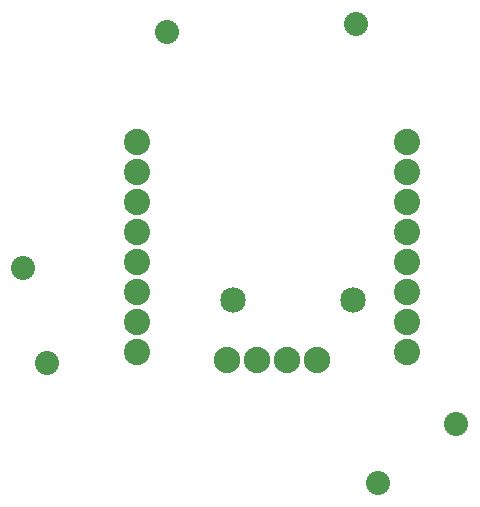
<source format=gbs>
G04 MADE WITH FRITZING*
G04 WWW.FRITZING.ORG*
G04 DOUBLE SIDED*
G04 HOLES PLATED*
G04 CONTOUR ON CENTER OF CONTOUR VECTOR*
%ASAXBY*%
%FSLAX23Y23*%
%MOIN*%
%OFA0B0*%
%SFA1.0B1.0*%
%ADD10C,0.080000*%
%ADD11C,0.087778*%
%ADD12C,0.088000*%
%ADD13C,0.085000*%
%LNMASK0*%
G90*
G70*
G54D10*
X533Y1640D03*
X1164Y1669D03*
X133Y537D03*
X1237Y138D03*
X56Y853D03*
X1499Y333D03*
G54D11*
X1336Y1273D03*
X1336Y1173D03*
X1336Y1073D03*
X1336Y973D03*
X1336Y873D03*
X1336Y773D03*
X1336Y673D03*
X1336Y573D03*
X436Y573D03*
X436Y673D03*
X436Y773D03*
X436Y873D03*
X436Y973D03*
X436Y1073D03*
X436Y1173D03*
X436Y1273D03*
X1336Y1273D03*
X1336Y1173D03*
X1336Y1073D03*
X1336Y973D03*
X1336Y873D03*
X1336Y773D03*
X1336Y673D03*
X1336Y573D03*
X436Y573D03*
X436Y673D03*
X436Y773D03*
X436Y873D03*
X436Y973D03*
X436Y1073D03*
X436Y1173D03*
X436Y1273D03*
G54D12*
X736Y549D03*
X836Y549D03*
X936Y549D03*
X1036Y549D03*
G54D13*
X753Y749D03*
X1153Y749D03*
G04 End of Mask0*
M02*
</source>
